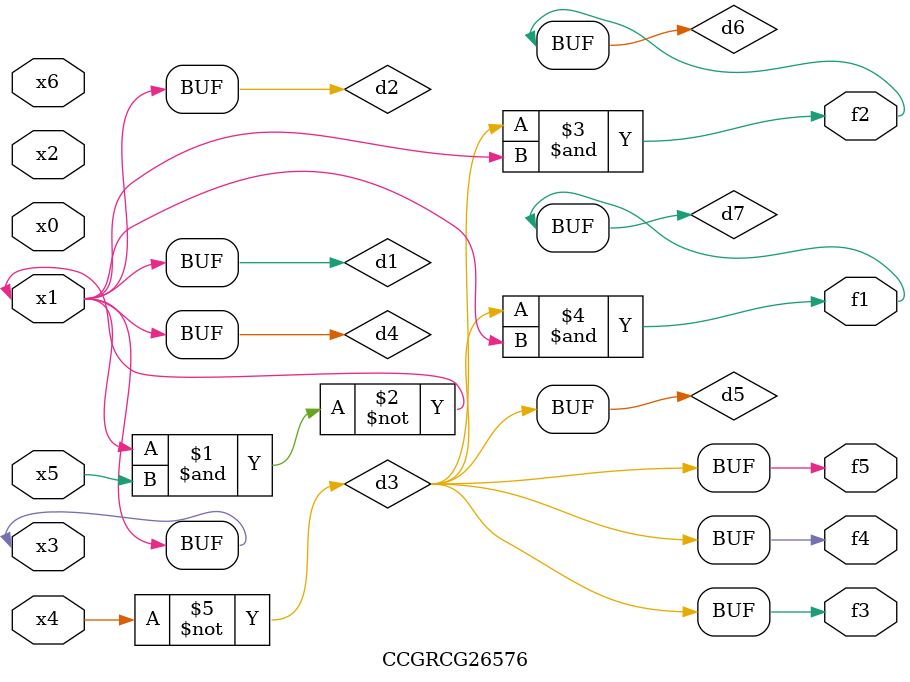
<source format=v>
module CCGRCG26576(
	input x0, x1, x2, x3, x4, x5, x6,
	output f1, f2, f3, f4, f5
);

	wire d1, d2, d3, d4, d5, d6, d7;

	buf (d1, x1, x3);
	nand (d2, x1, x5);
	not (d3, x4);
	buf (d4, d1, d2);
	buf (d5, d3);
	and (d6, d3, d4);
	and (d7, d3, d4);
	assign f1 = d7;
	assign f2 = d6;
	assign f3 = d5;
	assign f4 = d5;
	assign f5 = d5;
endmodule

</source>
